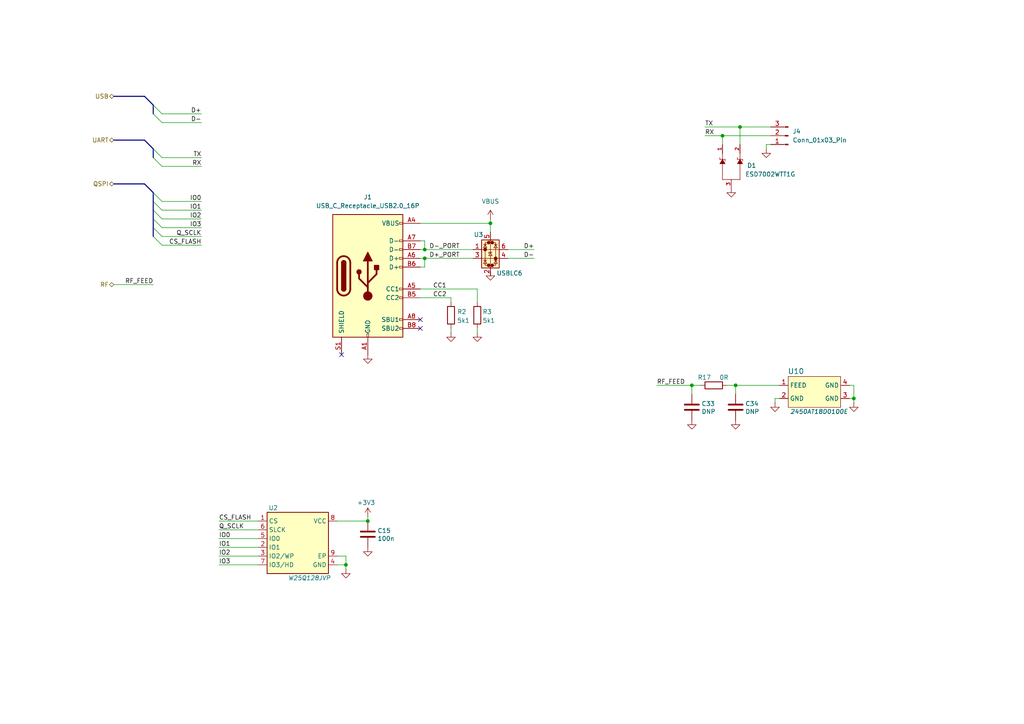
<source format=kicad_sch>
(kicad_sch (version 20250114) (generator "eeschema") (generator_version "9.0")
  (paper "A4")
  (lib_symbols
    (symbol "Connector:Conn_01x03_Pin" (pin_names (offset 1.016) (hide yes))
      (property "Reference" "J" (at 0 5.08 0))
      (property "Value" "Conn_01x03_Pin" (at 0 -5.08 0))
      (symbol "Conn_01x03_Pin_1_1"
        (rectangle (start 0.8636 2.667) (end 0 2.413) (stroke (width 0.1524)) (fill (type outline)))
        (rectangle (start 0.8636 0.127) (end 0 -0.127) (stroke (width 0.1524)) (fill (type outline)))
        (rectangle (start 0.8636 -2.413) (end 0 -2.667) (stroke (width 0.1524)) (fill (type outline)))
        (polyline (pts (xy 1.27 2.54) (xy 0.8636 2.54)) (stroke (width 0.1524)))
        (polyline (pts (xy 1.27 0) (xy 0.8636 0)) (stroke (width 0.1524)))
        (polyline (pts (xy 1.27 -2.54) (xy 0.8636 -2.54)) (stroke (width 0.1524)))
        (pin passive line (at 5.08 2.54 180) (length 3.81) (name "Pin_1") (number "1"))
        (pin passive line (at 5.08 0 180) (length 3.81) (name "Pin_2") (number "2"))
        (pin passive line (at 5.08 -2.54 180) (length 3.81) (name "Pin_3") (number "3"))
      )
    )
    (symbol "Connector:USB_C_Receptacle_USB2.0_16P" (pin_names (offset 1.016))
      (property "Reference" "J1" (at 0 22.86 0))
      (property "Value" "USB_C_Receptacle_USB2.0_16P" (at 0 20.32 0))
      (symbol "USB_C_Receptacle_USB2.0_16P_0_0"
        (rectangle (start -0.254 -17.78) (end 0.254 -16.764))
        (rectangle (start 10.16 15.494) (end 9.144 14.986))
        (rectangle (start 10.16 10.414) (end 9.144 9.906))
        (rectangle (start 10.16 7.874) (end 9.144 7.366))
        (rectangle (start 10.16 5.334) (end 9.144 4.826))
        (rectangle (start 10.16 2.794) (end 9.144 2.286))
        (rectangle (start 10.16 -3.556) (end 9.144 -4.064))
        (rectangle (start 10.16 -6.096) (end 9.144 -6.604))
        (rectangle (start 10.16 -12.446) (end 9.144 -12.954))
        (rectangle (start 10.16 -14.986) (end 9.144 -15.494))
      )
      (symbol "USB_C_Receptacle_USB2.0_16P_0_1"
        (rectangle (start -10.16 17.78) (end 10.16 -17.78) (stroke (width 0.254)) (fill (type background)))
        (polyline (pts (xy -8.89 -3.81) (xy -8.89 3.81)) (stroke (width 0.508)))
        (rectangle (start -7.62 -3.81) (end -6.35 3.81) (stroke (width 0.254)) (fill (type outline)))
        (arc (start -7.62 3.81) (mid -6.985 4.4423) (end -6.35 3.81) (stroke (width 0.254)))
        (arc (start -7.62 3.81) (mid -6.985 4.4423) (end -6.35 3.81) (stroke (width 0.254)) (fill (type outline)))
        (arc (start -8.89 3.81) (mid -6.985 5.7067) (end -5.08 3.81) (stroke (width 0.508)))
        (arc (start -5.08 -3.81) (mid -6.985 -5.7067) (end -8.89 -3.81) (stroke (width 0.508)))
        (arc (start -6.35 -3.81) (mid -6.985 -4.4423) (end -7.62 -3.81) (stroke (width 0.254)))
        (arc (start -6.35 -3.81) (mid -6.985 -4.4423) (end -7.62 -3.81) (stroke (width 0.254)) (fill (type outline)))
        (polyline (pts (xy -5.08 3.81) (xy -5.08 -3.81)) (stroke (width 0.508)))
        (circle (center -2.54 1.143) (radius 0.635) (stroke (width 0.254)) (fill (type outline)))
        (polyline (pts (xy -1.27 4.318) (xy 0 6.858) (xy 1.27 4.318) (xy -1.27 4.318)) (stroke (width 0.254)) (fill (type outline)))
        (polyline (pts (xy 0 -2.032) (xy 2.54 0.508) (xy 2.54 1.778)) (stroke (width 0.508)))
        (polyline (pts (xy 0 -3.302) (xy -2.54 -0.762) (xy -2.54 0.508)) (stroke (width 0.508)))
        (polyline (pts (xy 0 -5.842) (xy 0 4.318)) (stroke (width 0.508)))
        (circle (center 0 -5.842) (radius 1.27) (fill (type outline)))
        (rectangle (start 1.905 1.778) (end 3.175 3.048) (stroke (width 0.254)) (fill (type outline)))
      )
      (symbol "USB_C_Receptacle_USB2.0_16P_1_1"
        (pin passive line (at -7.62 -22.86 90) (length 5.08) (name "SHIELD") (number "S1"))
        (pin passive line (at 0 -22.86 90) (length 5.08) (name "GND") (number "A1"))
        (pin passive line (at 0 -22.86 90) (length 5.08) (hide yes) (name "GND") (number "A12"))
        (pin passive line (at 0 -22.86 90) (length 5.08) (hide yes) (name "GND") (number "B1"))
        (pin passive line (at 0 -22.86 90) (length 5.08) (hide yes) (name "GND") (number "B12"))
        (pin passive line (at 15.24 15.24 180) (length 5.08) (name "VBUS") (number "A4"))
        (pin passive line (at 15.24 15.24 180) (length 5.08) (hide yes) (name "VBUS") (number "A9"))
        (pin passive line (at 15.24 15.24 180) (length 5.08) (hide yes) (name "VBUS") (number "B4"))
        (pin passive line (at 15.24 15.24 180) (length 5.08) (hide yes) (name "VBUS") (number "B9"))
        (pin bidirectional line (at 15.24 10.16 180) (length 5.08) (name "D-") (number "A7"))
        (pin bidirectional line (at 15.24 7.62 180) (length 5.08) (name "D-") (number "B7"))
        (pin bidirectional line (at 15.24 5.08 180) (length 5.08) (name "D+") (number "A6"))
        (pin bidirectional line (at 15.24 2.54 180) (length 5.08) (name "D+") (number "B6"))
        (pin bidirectional line (at 15.24 -3.81 180) (length 5.08) (name "CC1") (number "A5"))
        (pin bidirectional line (at 15.24 -6.35 180) (length 5.08) (name "CC2") (number "B5"))
        (pin bidirectional line (at 15.24 -12.7 180) (length 5.08) (name "SBU1") (number "A8"))
        (pin bidirectional line (at 15.24 -15.24 180) (length 5.08) (name "SBU2") (number "B8"))
      )
    )
    (symbol "Device:C" (pin_numbers (hide yes)) (pin_names (offset 0.254))
      (property "Reference" "C" (at 0.635 2.54 0))
      (property "Value" "C" (at 0.635 -2.54 0))
      (symbol "C_0_1"
        (polyline (pts (xy -2.032 0.762) (xy 2.032 0.762)) (stroke (width 0.508)))
        (polyline (pts (xy -2.032 -0.762) (xy 2.032 -0.762)) (stroke (width 0.508)))
      )
      (symbol "C_1_1"
        (pin passive line (at 0 3.81 270) (length 2.794) (name "~") (number "1"))
        (pin passive line (at 0 -3.81 90) (length 2.794) (name "~") (number "2"))
      )
    )
    (symbol "Device:R" (pin_numbers (hide yes)) (pin_names (offset 0))
      (property "Reference" "R" (at 2.032 0 90))
      (property "Value" "R" (at 0 0 90))
      (symbol "R_0_1"
        (rectangle (start -1.016 -2.54) (end 1.016 2.54) (stroke (width 0.254)))
      )
      (symbol "R_1_1"
        (pin passive line (at 0 3.81 270) (length 1.27) (name "~") (number "1"))
        (pin passive line (at 0 -3.81 90) (length 1.27) (name "~") (number "2"))
      )
    )
    (symbol "ModLib:+3V3" (power) (pin_numbers (hide yes)) (pin_names (offset 0) (hide yes))
      (property "Value" "+3V3" (at -0.508 3.556 0))
      (symbol "+3V3_0_1"
        (polyline (pts (xy -0.762 1.27) (xy 0 2.54)))
        (polyline (pts (xy 0 2.54) (xy 0.762 1.27)))
        (polyline (pts (xy 0 0) (xy 0 2.54)))
      )
      (symbol "+3V3_1_1"
        (pin power_in line (at 0 0 90) (length 0) (name "~") (number "1"))
      )
    )
    (symbol "ModLib:2450AT18D0100001E"
      (property "Reference" "U" (at -6.35 6.35 0))
      (property "Value" "2450AT18D0100001E" (at 1.016 -5.08 0))
      (symbol "2450AT18D0100001E_1_1"
        (rectangle (start -7.62 5.08) (end 7.62 -3.81) (fill (type background)))
        (pin bidirectional line (at -10.16 2.54 0) (length 2.54) (name "FEED") (number "1"))
        (pin power_in line (at -10.16 -1.27 0) (length 2.54) (name "GND") (number "2"))
        (pin bidirectional line (at 10.16 2.54 180) (length 2.54) (name "GND") (number "4"))
        (pin power_in line (at 10.16 -1.27 180) (length 2.54) (name "GND") (number "3"))
      )
    )
    (symbol "ModLib:GND" (power) (pin_numbers (hide yes)) (pin_names (offset 0) (hide yes))
      (symbol "GND_0_1"
        (polyline (pts (xy 0 0) (xy 0 -1.27) (xy 1.27 -1.27) (xy 0 -2.54) (xy -1.27 -1.27) (xy 0 -1.27)))
      )
      (symbol "GND_1_1"
        (pin power_in line (at 0 0 270) (length 0) (name "~") (number "1"))
      )
    )
    (symbol "ModLib:VBUS" (power) (pin_numbers (hide yes)) (pin_names (offset 0) (hide yes))
      (property "Value" "VBUS" (at 0 3.556 0))
      (symbol "VBUS_0_1"
        (polyline (pts (xy -0.762 1.27) (xy 0 2.54)))
        (polyline (pts (xy 0 2.54) (xy 0.762 1.27)))
        (polyline (pts (xy 0 0) (xy 0 2.54)))
      )
      (symbol "VBUS_1_1"
        (pin power_in line (at 0 0 90) (length 0) (name "~") (number "1"))
      )
    )
    (symbol "ModLib:W25Q128JVP"
      (property "Reference" "U3" (at -7.112 11.43 0))
      (property "Value" "W25Q128JVP" (at -2.032 -9.398 0))
      (symbol "W25Q128JVP_0_1"
        (rectangle (start -7.62 10.16) (end 10.16 -7.62) (stroke (width 0.254)) (fill (type background)))
      )
      (symbol "W25Q128JVP_1_1"
        (pin input line (at -10.16 7.62 0) (length 2.54) (name "CS") (number "1"))
        (pin input line (at -10.16 5.08 0) (length 2.54) (name "SLCK") (number "6"))
        (pin bidirectional line (at -10.16 2.54 0) (length 2.54) (name "IO0") (number "5"))
        (pin bidirectional line (at -10.16 0 0) (length 2.54) (name "IO1") (number "2"))
        (pin bidirectional line (at -10.16 -2.54 0) (length 2.54) (name "IO2/WP") (number "3"))
        (pin bidirectional line (at -10.16 -5.08 0) (length 2.54) (name "IO3/HD") (number "7"))
        (pin power_in line (at 12.7 7.62 180) (length 2.54) (name "VCC") (number "8"))
        (pin passive line (at 12.7 -2.54 180) (length 2.54) (name "EP") (number "9"))
        (pin power_in line (at 12.7 -5.08 180) (length 2.54) (name "GND") (number "4"))
      )
    )
    (symbol "Power_Protection:USBLC6-2P6" (pin_names (hide yes))
      (property "Reference" "U" (at 0.635 5.715 0))
      (property "Value" "USBLC6-2P6" (at 0.635 3.81 0))
      (symbol "USBLC6-2P6_0_0"
        (circle (center -1.524 0) (radius 0.0001) (stroke (width 0.508)))
        (circle (center -0.508 2.032) (radius 0.0001) (stroke (width 0.508)))
        (circle (center -0.508 -4.572) (radius 0.0001) (stroke (width 0.508)))
        (circle (center 0.508 2.032) (radius 0.0001) (stroke (width 0.508)))
        (circle (center 0.508 -4.572) (radius 0.0001) (stroke (width 0.508)))
        (circle (center 1.524 -2.54) (radius 0.0001) (stroke (width 0.508)))
      )
      (symbol "USBLC6-2P6_0_1"
        (polyline (pts (xy -2.54 0) (xy 2.54 0)))
        (polyline (pts (xy -2.54 -2.54) (xy 2.54 -2.54)))
        (polyline (pts (xy -2.032 0.508) (xy -1.016 0.508) (xy -1.524 1.524) (xy -2.032 0.508)))
        (polyline (pts (xy -2.032 -3.048) (xy -1.016 -3.048)))
        (polyline (pts (xy -1.016 1.524) (xy -2.032 1.524)))
        (polyline (pts (xy -1.016 -4.064) (xy -2.032 -4.064) (xy -1.524 -3.048) (xy -1.016 -4.064)))
        (polyline (pts (xy -0.508 -1.143) (xy -0.508 -0.762) (xy 0.508 -0.762)))
        (polyline (pts (xy 0 2.54) (xy -0.508 2.032) (xy 0.508 2.032) (xy 0 1.524) (xy 0 -4.064) (xy -0.508 -4.572) (xy 0.508 -4.572) (xy 0 -5.08)))
        (polyline (pts (xy 0.508 -1.778) (xy -0.508 -1.778) (xy 0 -0.762) (xy 0.508 -1.778)))
        (polyline (pts (xy 1.016 1.524) (xy 2.032 1.524)))
        (polyline (pts (xy 1.016 -3.048) (xy 2.032 -3.048)))
        (polyline (pts (xy 2.032 0.508) (xy 1.016 0.508) (xy 1.524 1.524) (xy 2.032 0.508)))
        (polyline (pts (xy 2.032 -4.064) (xy 1.016 -4.064) (xy 1.524 -3.048) (xy 2.032 -4.064)))
      )
      (symbol "USBLC6-2P6_1_1"
        (rectangle (start -2.54 2.794) (end 2.54 -5.334) (stroke (width 0.254)) (fill (type background)))
        (polyline (pts (xy -0.508 2.032) (xy -1.524 2.032) (xy -1.524 -4.572) (xy -0.508 -4.572)))
        (polyline (pts (xy 0.508 -4.572) (xy 1.524 -4.572) (xy 1.524 2.032) (xy 0.508 2.032)))
        (pin passive line (at -5.08 0 0) (length 2.54) (name "I/O1") (number "1"))
        (pin passive line (at -5.08 -2.54 0) (length 2.54) (name "I/O2") (number "3"))
        (pin passive line (at 0 5.08 270) (length 2.54) (name "VBUS") (number "5"))
        (pin passive line (at 0 -7.62 90) (length 2.54) (name "GND") (number "2"))
        (pin passive line (at 5.08 0 180) (length 2.54) (name "I/O1") (number "6"))
        (pin passive line (at 5.08 -2.54 180) (length 2.54) (name "I/O2") (number "4"))
      )
    )
    (symbol "Snapeda:ESD7002WTT1G" (pin_names (offset 1.016))
      (property "Reference" "D" (at -15.24 5.08 0))
      (property "Value" "ESD7002WTT1G" (at -15.24 2.54 0))
      (symbol "ESD7002WTT1G_0_0"
        (polyline (pts (xy -3.302 0.762) (xy -3.302 1.27)) (stroke (width 0.1524)))
        (polyline (pts (xy -2.54 0.762) (xy -2.54 2.54)) (stroke (width 0.1524)))
        (polyline (pts (xy -2.54 0.762) (xy -1.778 -0.508) (xy -3.302 -0.508) (xy -2.54 0.762)) (stroke (width 0.1524)) (fill (type outline)))
        (polyline (pts (xy -2.54 -0.508) (xy -2.54 -5.08)) (stroke (width 0.1524)))
        (polyline (pts (xy -2.54 -5.08) (xy 2.54 -5.08)) (stroke (width 0.1524)))
        (polyline (pts (xy -1.778 0.762) (xy -3.302 0.762)) (stroke (width 0.1524)))
        (polyline (pts (xy -1.778 0.762) (xy -1.778 0.254)) (stroke (width 0.1524)))
        (polyline (pts (xy 1.778 0.762) (xy 1.778 1.27)) (stroke (width 0.1524)))
        (polyline (pts (xy 2.54 0.762) (xy 2.54 2.54)) (stroke (width 0.1524)))
        (polyline (pts (xy 2.54 0.762) (xy 3.302 -0.508) (xy 1.778 -0.508) (xy 2.54 0.762)) (stroke (width 0.1524)) (fill (type outline)))
        (polyline (pts (xy 2.54 -5.08) (xy 2.54 -0.508)) (stroke (width 0.1524)))
        (polyline (pts (xy 3.302 0.762) (xy 1.778 0.762)) (stroke (width 0.1524)))
        (polyline (pts (xy 3.302 0.762) (xy 3.302 0.254)) (stroke (width 0.1524)))
        (pin passive line (at -2.54 5.08 270) (length 2.54) (name "~") (number "1"))
        (pin passive line (at 0 -7.62 90) (length 2.54) (name "~") (number "3"))
        (pin passive line (at 2.54 5.08 270) (length 2.54) (name "~") (number "2"))
      )
    )
  )
  (junction (at 142.24 64.77))
  (junction (at 123.19 74.93))
  (junction (at 100.33 163.83))
  (junction (at 247.65 115.57))
  (junction (at 106.68 151.13))
  (junction (at 209.55 39.37))
  (junction (at 213.36 111.76))
  (junction (at 200.66 111.76))
  (junction (at 214.63 36.83))
  (junction (at 123.19 72.39))
  (no_connect (at 121.92 92.71))
  (no_connect (at 121.92 95.25))
  (no_connect (at 99.06 102.87))
  (bus_entry (at 44.45 45.72) (size 2.54 2.54))
  (bus_entry (at 44.45 58.42) (size 2.54 2.54))
  (bus_entry (at 44.45 55.88) (size 2.54 2.54))
  (bus_entry (at 44.45 43.18) (size 2.54 2.54))
  (bus_entry (at 44.45 66.04) (size 2.54 2.54))
  (bus_entry (at 44.45 63.5) (size 2.54 2.54))
  (bus_entry (at 44.45 60.96) (size 2.54 2.54))
  (bus_entry (at 44.45 30.48) (size 2.54 2.54))
  (bus_entry (at 44.45 33.02) (size 2.54 2.54))
  (bus_entry (at 44.45 68.58) (size 2.54 2.54))
  (bus (pts (xy 44.45 58.42) (xy 44.45 60.96)))
  (wire (pts (xy 209.55 39.37) (xy 209.55 41.91)))
  (wire (pts (xy 46.99 58.42) (xy 58.42 58.42)))
  (bus (pts (xy 41.91 53.34) (xy 44.45 55.88)))
  (wire (pts (xy 138.43 83.82) (xy 138.43 87.63)))
  (wire (pts (xy 46.99 71.12) (xy 58.42 71.12)))
  (wire (pts (xy 63.5 151.13) (xy 74.93 151.13)))
  (wire (pts (xy 224.79 116.84) (xy 224.79 115.57)))
  (wire (pts (xy 123.19 74.93) (xy 123.19 77.47)))
  (wire (pts (xy 246.38 111.76) (xy 247.65 111.76)))
  (wire (pts (xy 130.81 96.52) (xy 130.81 95.25)))
  (bus (pts (xy 41.91 27.94) (xy 44.45 30.48)))
  (wire (pts (xy 121.92 69.85) (xy 123.19 69.85)))
  (bus (pts (xy 41.91 40.64) (xy 44.45 43.18)))
  (wire (pts (xy 223.52 41.91) (xy 222.25 41.91)))
  (wire (pts (xy 142.24 67.31) (xy 142.24 64.77)))
  (wire (pts (xy 204.47 36.83) (xy 214.63 36.83)))
  (wire (pts (xy 214.63 36.83) (xy 214.63 41.91)))
  (wire (pts (xy 63.5 153.67) (xy 74.93 153.67)))
  (wire (pts (xy 63.5 158.75) (xy 74.93 158.75)))
  (wire (pts (xy 106.68 149.86) (xy 106.68 151.13)))
  (bus (pts (xy 44.45 55.88) (xy 44.45 58.42)))
  (bus (pts (xy 44.45 66.04) (xy 44.45 68.58)))
  (wire (pts (xy 63.5 163.83) (xy 74.93 163.83)))
  (wire (pts (xy 214.63 36.83) (xy 223.52 36.83)))
  (bus (pts (xy 44.45 63.5) (xy 44.45 66.04)))
  (wire (pts (xy 97.79 161.29) (xy 100.33 161.29)))
  (wire (pts (xy 247.65 115.57) (xy 247.65 116.84)))
  (wire (pts (xy 63.5 161.29) (xy 74.93 161.29)))
  (bus (pts (xy 44.45 43.18) (xy 44.45 45.72)))
  (wire (pts (xy 142.24 80.01) (xy 142.24 78.74)))
  (wire (pts (xy 209.55 39.37) (xy 223.52 39.37)))
  (wire (pts (xy 46.99 63.5) (xy 58.42 63.5)))
  (wire (pts (xy 46.99 60.96) (xy 58.42 60.96)))
  (wire (pts (xy 97.79 163.83) (xy 100.33 163.83)))
  (wire (pts (xy 123.19 72.39) (xy 137.16 72.39)))
  (wire (pts (xy 246.38 115.57) (xy 247.65 115.57)))
  (wire (pts (xy 100.33 163.83) (xy 100.33 165.1)))
  (wire (pts (xy 100.33 161.29) (xy 100.33 163.83)))
  (wire (pts (xy 142.24 63.5) (xy 142.24 64.77)))
  (wire (pts (xy 190.5 111.76) (xy 200.66 111.76)))
  (wire (pts (xy 200.66 111.76) (xy 200.66 114.3)))
  (wire (pts (xy 154.94 72.39) (xy 147.32 72.39)))
  (wire (pts (xy 63.5 156.21) (xy 74.93 156.21)))
  (wire (pts (xy 130.81 86.36) (xy 130.81 87.63)))
  (wire (pts (xy 203.2 111.76) (xy 200.66 111.76)))
  (bus (pts (xy 33.02 53.34) (xy 41.91 53.34)))
  (wire (pts (xy 204.47 39.37) (xy 209.55 39.37)))
  (bus (pts (xy 44.45 30.48) (xy 44.45 33.02)))
  (wire (pts (xy 121.92 86.36) (xy 130.81 86.36)))
  (wire (pts (xy 142.24 64.77) (xy 121.92 64.77)))
  (wire (pts (xy 222.25 41.91) (xy 222.25 43.18)))
  (wire (pts (xy 121.92 83.82) (xy 138.43 83.82)))
  (wire (pts (xy 97.79 151.13) (xy 106.68 151.13)))
  (wire (pts (xy 46.99 35.56) (xy 58.42 35.56)))
  (wire (pts (xy 154.94 74.93) (xy 147.32 74.93)))
  (bus (pts (xy 33.02 40.64) (xy 41.91 40.64)))
  (wire (pts (xy 121.92 72.39) (xy 123.19 72.39)))
  (wire (pts (xy 44.45 82.55) (xy 33.02 82.55)))
  (wire (pts (xy 121.92 74.93) (xy 123.19 74.93)))
  (wire (pts (xy 46.99 66.04) (xy 58.42 66.04)))
  (wire (pts (xy 46.99 68.58) (xy 58.42 68.58)))
  (wire (pts (xy 123.19 74.93) (xy 137.16 74.93)))
  (wire (pts (xy 213.36 111.76) (xy 213.36 114.3)))
  (wire (pts (xy 138.43 96.52) (xy 138.43 95.25)))
  (wire (pts (xy 46.99 48.26) (xy 58.42 48.26)))
  (wire (pts (xy 224.79 115.57) (xy 226.06 115.57)))
  (bus (pts (xy 33.02 27.94) (xy 41.91 27.94)))
  (wire (pts (xy 46.99 45.72) (xy 58.42 45.72)))
  (wire (pts (xy 123.19 72.39) (xy 123.19 69.85)))
  (wire (pts (xy 213.36 111.76) (xy 226.06 111.76)))
  (wire (pts (xy 46.99 33.02) (xy 58.42 33.02)))
  (wire (pts (xy 247.65 111.76) (xy 247.65 115.57)))
  (wire (pts (xy 210.82 111.76) (xy 213.36 111.76)))
  (bus (pts (xy 44.45 60.96) (xy 44.45 63.5)))
  (wire (pts (xy 121.92 77.47) (xy 123.19 77.47)))
  (label "IO2" (at 58.42 63.5 180))
  (label "D+" (at 58.42 33.02 180))
  (label "CC2" (at 129.54 86.36 180))
  (label "TX" (at 204.47 36.83 0))
  (label "D-" (at 58.42 35.56 180))
  (label "Q_SCLK" (at 58.42 68.58 180))
  (label "RF_FEED" (at 190.5 111.76 0))
  (label "IO3" (at 63.5 163.83 0))
  (label "IO3" (at 58.42 66.04 180))
  (label "D-_PORT" (at 133.35 72.39 180))
  (label "RF_FEED" (at 44.45 82.55 180))
  (label "IO0" (at 58.42 58.42 180))
  (label "CC1" (at 129.54 83.82 180))
  (label "TX" (at 58.42 45.72 180))
  (label "IO2" (at 63.5 161.29 0))
  (label "IO1" (at 58.42 60.96 180))
  (label "CS_FLASH" (at 63.5 151.13 0))
  (label "D+" (at 154.94 72.39 180))
  (label "IO1" (at 63.5 158.75 0))
  (label "CS_FLASH" (at 58.42 71.12 180))
  (label "RX" (at 58.42 48.26 180))
  (label "RX" (at 204.47 39.37 0))
  (label "D+_PORT" (at 133.35 74.93 180))
  (label "Q_SCLK" (at 63.5 153.67 0))
  (label "IO0" (at 63.5 156.21 0))
  (label "D-" (at 154.94 74.93 180))
  (hierarchical_label "QSPI" (shape bidirectional) (at 33.02 53.34 180))
  (hierarchical_label "UART" (shape bidirectional) (at 33.02 40.64 180))
  (hierarchical_label "RF" (shape bidirectional) (at 33.02 82.55 180))
  (hierarchical_label "USB" (shape bidirectional) (at 33.02 27.94 180))
  (symbol (lib_id "ModLib:GND") (at 222.25 43.18 0) (unit 1)
    (property "Reference" "#PWR088" (effects (hide yes)))
    (property "Value" "GND" (effects (hide yes)))
    (property "Description" "Power symbol creates a global label with name \"GND\" , ground" (effects (hide yes)))
  )
  (symbol (lib_id "Power_Protection:USBLC6-2P6") (at 142.24 72.39 0) (unit 1)
    (property "Reference" "U3" (at 137.414 68.072 0) (effects (justify left)))
    (property "Value" "USBLC6" (at 144.018 79.248 0) (effects (justify left)))
    (property "Footprint" "Package_TO_SOT_SMD:SOT-666" (effects (hide yes)))
    (property "Datasheet" "https://www.st.com/resource/en/datasheet/usblc6-2.pdf" (effects (hide yes)))
    (property "Description" "Very low capacitance ESD protection diode, 2 data-line, SOT-666" (effects (hide yes)))
  )
  (symbol (lib_id "ModLib:VBUS") (at 142.24 63.5 0) (unit 1)
    (property "Reference" "#PWR082" (effects (hide yes)))
    (property "Value" "VBUS" (at 142.24 58.42 0))
    (property "Description" "Power symbol creates a global label with name \"VBUS\"" (effects (hide yes)))
  )
  (symbol (lib_id "ModLib:W25Q128JVP") (at 85.09 158.75 0) (unit 1)
    (property "Reference" "U2" (at 79.248 147.32 0))
    (property "Value" "W25Q128JVP" (at 89.662 167.64 0) (effects (font (italic yes))))
    (property "Footprint" "Package_SON:WSON-8-1EP_6x5mm_P1.27mm_EP3.4x4.3mm" (effects (hide yes)))
    (property "Datasheet" "https://www.winbond.com/resource-files/w25q128jv_dtr%20revc%2003272018%20plus.pdf" (effects (hide yes)))
    (property "Description" "128Mbit / 16MiB Serial Flash Memory, Standard/Dual/Quad SPI, 2.7-3.6V, WSON-8" (effects (hide yes)))
  )
  (symbol (lib_id "ModLib:GND") (at 106.68 102.87 0) (unit 1)
    (property "Reference" "#PWR026" (effects (hide yes)))
    (property "Value" "GND" (effects (hide yes)))
    (property "Description" "Power symbol creates a global label with name \"GND\" , ground" (effects (hide yes)))
  )
  (symbol (lib_id "Device:R") (at 130.81 91.44 0) (unit 1)
    (property "Reference" "R2" (at 132.588 90.424 0) (effects (justify left)))
    (property "Value" "5k1" (at 132.588 92.964 0) (effects (justify left)))
    (property "Footprint" "Resistor_SMD:R_0402_1005Metric" (effects (hide yes)))
    (property "Description" "Resistor" (effects (hide yes)))
  )
  (symbol (lib_id "Device:R") (at 138.43 91.44 0) (unit 1)
    (property "Reference" "R3" (at 139.954 90.424 0) (effects (justify left)))
    (property "Value" "5k1" (at 139.954 92.964 0) (effects (justify left)))
    (property "Footprint" "Resistor_SMD:R_0402_1005Metric" (effects (hide yes)))
    (property "Description" "Resistor" (effects (hide yes)))
  )
  (symbol (lib_id "ModLib:GND") (at 213.36 121.92 0) (unit 1)
    (property "Reference" "#PWR084" (effects (hide yes)))
    (property "Value" "GND" (effects (hide yes)))
    (property "Description" "Power symbol creates a global label with name \"GND\" , ground" (effects (hide yes)))
  )
  (symbol (lib_id "ModLib:GND") (at 247.65 116.84 0) (unit 1)
    (property "Reference" "#PWR086" (effects (hide yes)))
    (property "Value" "GND" (effects (hide yes)))
    (property "Description" "Power symbol creates a global label with name \"GND\" , ground" (effects (hide yes)))
  )
  (symbol (lib_id "ModLib:GND") (at 142.24 78.74 0) (unit 1)
    (property "Reference" "#PWR027" (effects (hide yes)))
    (property "Value" "GND" (effects (hide yes)))
    (property "Description" "Power symbol creates a global label with name \"GND\" , ground" (effects (hide yes)))
  )
  (symbol (lib_id "ModLib:GND") (at 130.81 96.52 0) (unit 1)
    (property "Reference" "#PWR024" (effects (hide yes)))
    (property "Value" "GND" (effects (hide yes)))
    (property "Description" "Power symbol creates a global label with name \"GND\" , ground" (effects (hide yes)))
  )
  (symbol (lib_id "ModLib:GND") (at 200.66 121.92 0) (unit 1)
    (property "Reference" "#PWR083" (effects (hide yes)))
    (property "Value" "GND" (effects (hide yes)))
    (property "Description" "Power symbol creates a global label with name \"GND\" , ground" (effects (hide yes)))
  )
  (symbol (lib_id "Device:C") (at 213.36 118.11 0) (unit 1)
    (property "Reference" "C34" (at 216.154 117.094 0) (effects (justify left)))
    (property "Value" "DNP" (at 216.154 119.38 0) (effects (justify left)))
    (property "Footprint" "Capacitor_SMD:C_0402_1005Metric" (effects (hide yes)))
    (property "Description" "Unpolarized capacitor" (effects (hide yes)))
  )
  (symbol (lib_id "ModLib:+3V3") (at 106.68 149.86 0) (unit 1)
    (property "Reference" "#PWR023" (effects (hide yes)))
    (property "Value" "+3V3" (at 106.172 145.796 0))
    (property "Description" "Power symbol creates a global label with name \"+3V3\"" (effects (hide yes)))
  )
  (symbol (lib_id "ModLib:GND") (at 138.43 96.52 0) (unit 1)
    (property "Reference" "#PWR025" (effects (hide yes)))
    (property "Value" "GND" (effects (hide yes)))
    (property "Description" "Power symbol creates a global label with name \"GND\" , ground" (effects (hide yes)))
  )
  (symbol (lib_id "Device:C") (at 200.66 118.11 0) (unit 1)
    (property "Reference" "C33" (at 203.454 117.094 0) (effects (justify left)))
    (property "Value" "DNP" (at 203.454 119.38 0) (effects (justify left)))
    (property "Footprint" "Capacitor_SMD:C_0402_1005Metric" (effects (hide yes)))
    (property "Description" "Unpolarized capacitor" (effects (hide yes)))
  )
  (symbol (lib_id "ModLib:GND") (at 212.09 54.61 0) (unit 1)
    (property "Reference" "#PWR087" (effects (hide yes)))
    (property "Value" "GND" (effects (hide yes)))
    (property "Description" "Power symbol creates a global label with name \"GND\" , ground" (effects (hide yes)))
  )
  (symbol (lib_id "Connector:USB_C_Receptacle_USB2.0_16P") (at 106.68 80.01 0) (unit 1)
    (property "Reference" "J1" (at 106.68 57.15 0))
    (property "Value" "USB_C_Receptacle_USB2.0_16P" (at 106.68 59.69 0))
    (property "Footprint" "Connector_USB:USB_C_Receptacle_GCT_USB4105-xx-A_16P_TopMnt_Horizontal" (effects (hide yes)))
    (property "Datasheet" "https://www.usb.org/sites/default/files/documents/usb_type-c.zip" (effects (hide yes)))
    (property "Description" "USB 2.0-only 16P Type-C Receptacle connector" (effects (hide yes)))
  )
  (symbol (lib_id "Snapeda:ESD7002WTT1G") (at 212.09 46.99 0) (unit 1)
    (property "Reference" "D1" (at 216.662 48.006 0) (effects (justify left)))
    (property "Value" "ESD7002WTT1G" (at 216.154 50.546 0) (effects (justify left)))
    (property "Footprint" "Snapeda:ESD7002WTT1G_SOT65P220X100-3N" (effects (hide yes)))
    (property "PARTREV" "4" (effects (hide yes)))
    (property "MANUFACTURER" "ON Semiconductor" (effects (hide yes)))
    (property "STANDARD" "IPC-7351B" (effects (hide yes)))
  )
  (symbol (lib_id "ModLib:GND") (at 106.68 158.75 0) (unit 1)
    (property "Reference" "#PWR022" (effects (hide yes)))
    (property "Value" "GND" (effects (hide yes)))
    (property "Description" "Power symbol creates a global label with name \"GND\" , ground" (effects (hide yes)))
  )
  (symbol (lib_id "ModLib:2450AT18D0100001E") (at 236.22 114.3 0) (unit 1)
    (property "Reference" "U10" (at 230.886 107.696 0) (effects (font (size 1.524 1.524))))
    (property "Value" "2450AT18D0100E" (at 237.49 119.38 0) (effects (font (italic yes))))
    (property "Footprint" "Snapeda:2450AT18D0100E_JOT" (effects (hide yes)))
    (property "Datasheet" "2450AT18D0100E" (effects (hide yes)))
  )
  (symbol (lib_id "Connector:Conn_01x03_Pin") (at 228.6 39.37 180) (unit 1)
    (property "Reference" "J4" (at 229.87 38.0999 0) (effects (justify right)))
    (property "Value" "Conn_01x03_Pin" (at 229.87 40.6399 0) (effects (justify right)))
    (property "Description" "Generic connector, single row, 01x03, script generated" (effects (hide yes)))
  )
  (symbol (lib_id "Device:R") (at 207.01 111.76 90) (unit 1)
    (property "Reference" "R17" (at 206.248 109.474 90) (effects (justify left)))
    (property "Value" "0R" (at 211.328 109.474 90) (effects (justify left)))
    (property "Footprint" "Resistor_SMD:R_0402_1005Metric" (effects (hide yes)))
    (property "Description" "Resistor" (effects (hide yes)))
  )
  (symbol (lib_id "ModLib:GND") (at 224.79 116.84 0) (unit 1)
    (property "Reference" "#PWR085" (effects (hide yes)))
    (property "Value" "GND" (effects (hide yes)))
    (property "Description" "Power symbol creates a global label with name \"GND\" , ground" (effects (hide yes)))
  )
  (symbol (lib_id "ModLib:GND") (at 100.33 165.1 0) (unit 1)
    (property "Reference" "#PWR021" (effects (hide yes)))
    (property "Value" "GND" (effects (hide yes)))
    (property "Description" "Power symbol creates a global label with name \"GND\" , ground" (effects (hide yes)))
  )
  (symbol (lib_id "Device:C") (at 106.68 154.94 0) (unit 1)
    (property "Reference" "C15" (at 109.474 153.924 0) (effects (justify left)))
    (property "Value" "100n" (at 109.474 156.21 0) (effects (justify left)))
    (property "Footprint" "Capacitor_SMD:C_0402_1005Metric" (effects (hide yes)))
    (property "Description" "Unpolarized capacitor" (effects (hide yes)))
  )
)
</source>
